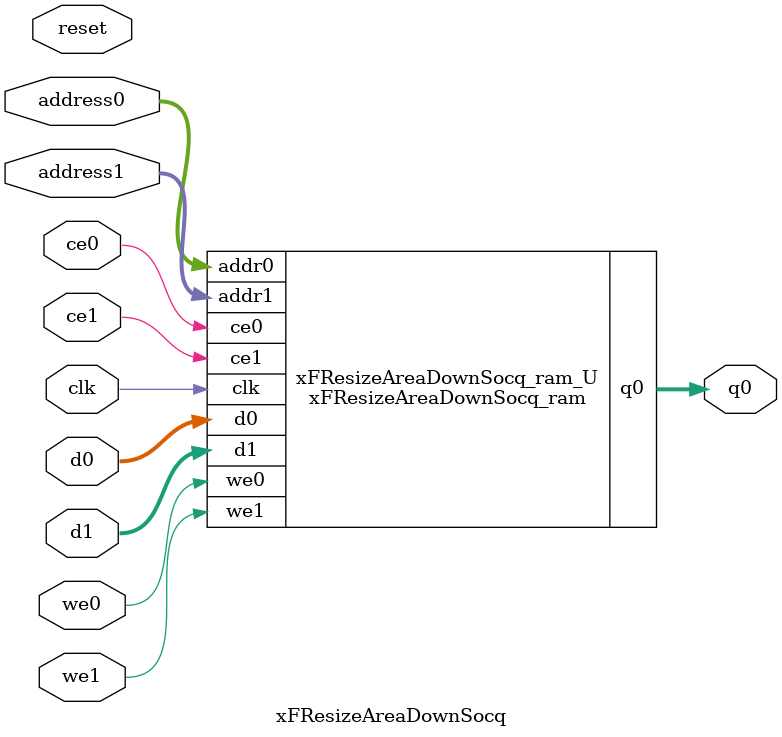
<source format=v>

`timescale 1 ns / 1 ps
module xFResizeAreaDownSocq_ram (addr0, ce0, d0, we0, q0, addr1, ce1, d1, we1,  clk);

parameter DWIDTH = 24;
parameter AWIDTH = 11;
parameter MEM_SIZE = 1280;

input[AWIDTH-1:0] addr0;
input ce0;
input[DWIDTH-1:0] d0;
input we0;
output reg[DWIDTH-1:0] q0;
input[AWIDTH-1:0] addr1;
input ce1;
input[DWIDTH-1:0] d1;
input we1;
input clk;

(* ram_style = "block" *)reg [DWIDTH-1:0] ram[0:MEM_SIZE-1];




always @(posedge clk)  
begin 
    if (ce0) 
    begin
        if (we0) 
        begin 
            ram[addr0] <= d0; 
            q0 <= d0;
        end 
        else 
            q0 <= ram[addr0];
    end
end


always @(posedge clk)  
begin 
    if (ce1) 
    begin
        if (we1) 
        begin 
            ram[addr1] <= d1; 
        end 
    end
end


endmodule


`timescale 1 ns / 1 ps
module xFResizeAreaDownSocq(
    reset,
    clk,
    address0,
    ce0,
    we0,
    d0,
    q0,
    address1,
    ce1,
    we1,
    d1);

parameter DataWidth = 32'd24;
parameter AddressRange = 32'd1280;
parameter AddressWidth = 32'd11;
input reset;
input clk;
input[AddressWidth - 1:0] address0;
input ce0;
input we0;
input[DataWidth - 1:0] d0;
output[DataWidth - 1:0] q0;
input[AddressWidth - 1:0] address1;
input ce1;
input we1;
input[DataWidth - 1:0] d1;



xFResizeAreaDownSocq_ram xFResizeAreaDownSocq_ram_U(
    .clk( clk ),
    .addr0( address0 ),
    .ce0( ce0 ),
    .we0( we0 ),
    .d0( d0 ),
    .q0( q0 ),
    .addr1( address1 ),
    .ce1( ce1 ),
    .we1( we1 ),
    .d1( d1 ));

endmodule


</source>
